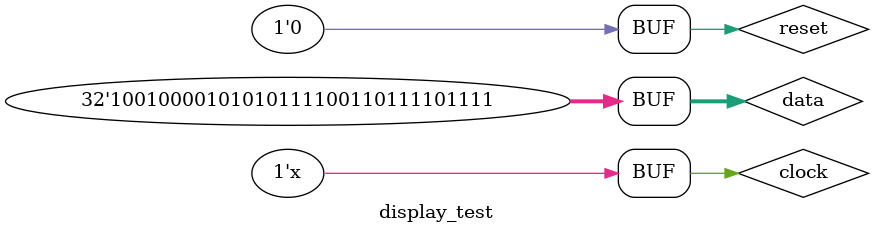
<source format=v>
`timescale 1ns / 1ps


module display_test();
        reg[31: 0] data = 0;
        reg clock = 0;
        reg reset = 0;
        wire[7:0] cathode;    // from 7:CA to 0:DP
        wire[7:0] anode;      // form 7:AN7 to 0:AN0

        Display display(.data(data), .clock(clock), .reset(reset), .cathode(cathode), .anode(anode));

        always #0.001 clock = ~clock;
        initial begin
            #10 reset =1;
            #1000 reset = 0;
            #1000 data = 32'hffff_ffff;
            #1000 data = 32'h0000_0000;
            #1000 data = 32'h1234_5678;
            #1000 data = 32'h90ab_cdef;
            #1000 reset = 1;
            #1000 reset = 0;
        end
endmodule

</source>
